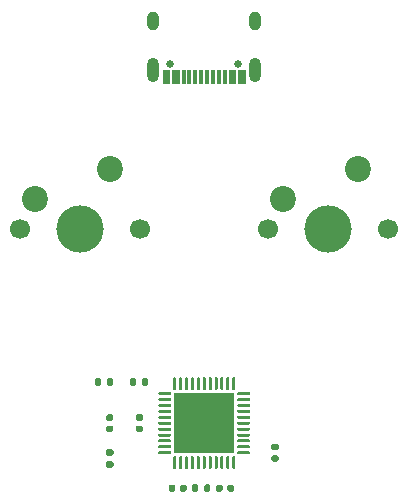
<source format=gbr>
%TF.GenerationSoftware,KiCad,Pcbnew,(5.1.12)-1*%
%TF.CreationDate,2024-08-07T21:13:35+08:00*%
%TF.ProjectId,BKL2x,424b4c32-782e-46b6-9963-61645f706362,1.0*%
%TF.SameCoordinates,Original*%
%TF.FileFunction,Soldermask,Top*%
%TF.FilePolarity,Negative*%
%FSLAX46Y46*%
G04 Gerber Fmt 4.6, Leading zero omitted, Abs format (unit mm)*
G04 Created by KiCad (PCBNEW (5.1.12)-1) date 2024-08-07 21:13:35*
%MOMM*%
%LPD*%
G01*
G04 APERTURE LIST*
%ADD10O,1.000000X2.100000*%
%ADD11O,1.000000X1.600000*%
%ADD12C,0.650000*%
%ADD13R,0.300000X1.150000*%
%ADD14C,1.700000*%
%ADD15C,4.000000*%
%ADD16C,2.200000*%
%ADD17R,5.200000X5.200000*%
G04 APERTURE END LIST*
%TO.C,R6*%
G36*
G01*
X142185000Y-112250000D02*
X141815000Y-112250000D01*
G75*
G02*
X141680000Y-112115000I0J135000D01*
G01*
X141680000Y-111845000D01*
G75*
G02*
X141815000Y-111710000I135000J0D01*
G01*
X142185000Y-111710000D01*
G75*
G02*
X142320000Y-111845000I0J-135000D01*
G01*
X142320000Y-112115000D01*
G75*
G02*
X142185000Y-112250000I-135000J0D01*
G01*
G37*
G36*
G01*
X142185000Y-113270000D02*
X141815000Y-113270000D01*
G75*
G02*
X141680000Y-113135000I0J135000D01*
G01*
X141680000Y-112865000D01*
G75*
G02*
X141815000Y-112730000I135000J0D01*
G01*
X142185000Y-112730000D01*
G75*
G02*
X142320000Y-112865000I0J-135000D01*
G01*
X142320000Y-113135000D01*
G75*
G02*
X142185000Y-113270000I-135000J0D01*
G01*
G37*
%TD*%
%TO.C,R5*%
G36*
G01*
X149980000Y-115185000D02*
X149980000Y-114815000D01*
G75*
G02*
X150115000Y-114680000I135000J0D01*
G01*
X150385000Y-114680000D01*
G75*
G02*
X150520000Y-114815000I0J-135000D01*
G01*
X150520000Y-115185000D01*
G75*
G02*
X150385000Y-115320000I-135000J0D01*
G01*
X150115000Y-115320000D01*
G75*
G02*
X149980000Y-115185000I0J135000D01*
G01*
G37*
G36*
G01*
X148960000Y-115185000D02*
X148960000Y-114815000D01*
G75*
G02*
X149095000Y-114680000I135000J0D01*
G01*
X149365000Y-114680000D01*
G75*
G02*
X149500000Y-114815000I0J-135000D01*
G01*
X149500000Y-115185000D01*
G75*
G02*
X149365000Y-115320000I-135000J0D01*
G01*
X149095000Y-115320000D01*
G75*
G02*
X148960000Y-115185000I0J135000D01*
G01*
G37*
%TD*%
%TO.C,C1*%
G36*
G01*
X144670000Y-109300000D02*
X144330000Y-109300000D01*
G75*
G02*
X144190000Y-109160000I0J140000D01*
G01*
X144190000Y-108880000D01*
G75*
G02*
X144330000Y-108740000I140000J0D01*
G01*
X144670000Y-108740000D01*
G75*
G02*
X144810000Y-108880000I0J-140000D01*
G01*
X144810000Y-109160000D01*
G75*
G02*
X144670000Y-109300000I-140000J0D01*
G01*
G37*
G36*
G01*
X144670000Y-110260000D02*
X144330000Y-110260000D01*
G75*
G02*
X144190000Y-110120000I0J140000D01*
G01*
X144190000Y-109840000D01*
G75*
G02*
X144330000Y-109700000I140000J0D01*
G01*
X144670000Y-109700000D01*
G75*
G02*
X144810000Y-109840000I0J-140000D01*
G01*
X144810000Y-110120000D01*
G75*
G02*
X144670000Y-110260000I-140000J0D01*
G01*
G37*
%TD*%
%TO.C,C2*%
G36*
G01*
X155830000Y-111240000D02*
X156170000Y-111240000D01*
G75*
G02*
X156310000Y-111380000I0J-140000D01*
G01*
X156310000Y-111660000D01*
G75*
G02*
X156170000Y-111800000I-140000J0D01*
G01*
X155830000Y-111800000D01*
G75*
G02*
X155690000Y-111660000I0J140000D01*
G01*
X155690000Y-111380000D01*
G75*
G02*
X155830000Y-111240000I140000J0D01*
G01*
G37*
G36*
G01*
X155830000Y-112200000D02*
X156170000Y-112200000D01*
G75*
G02*
X156310000Y-112340000I0J-140000D01*
G01*
X156310000Y-112620000D01*
G75*
G02*
X156170000Y-112760000I-140000J0D01*
G01*
X155830000Y-112760000D01*
G75*
G02*
X155690000Y-112620000I0J140000D01*
G01*
X155690000Y-112340000D01*
G75*
G02*
X155830000Y-112200000I140000J0D01*
G01*
G37*
%TD*%
%TO.C,C4*%
G36*
G01*
X152510000Y-114830000D02*
X152510000Y-115170000D01*
G75*
G02*
X152370000Y-115310000I-140000J0D01*
G01*
X152090000Y-115310000D01*
G75*
G02*
X151950000Y-115170000I0J140000D01*
G01*
X151950000Y-114830000D01*
G75*
G02*
X152090000Y-114690000I140000J0D01*
G01*
X152370000Y-114690000D01*
G75*
G02*
X152510000Y-114830000I0J-140000D01*
G01*
G37*
G36*
G01*
X151550000Y-114830000D02*
X151550000Y-115170000D01*
G75*
G02*
X151410000Y-115310000I-140000J0D01*
G01*
X151130000Y-115310000D01*
G75*
G02*
X150990000Y-115170000I0J140000D01*
G01*
X150990000Y-114830000D01*
G75*
G02*
X151130000Y-114690000I140000J0D01*
G01*
X151410000Y-114690000D01*
G75*
G02*
X151550000Y-114830000I0J-140000D01*
G01*
G37*
%TD*%
%TO.C,C5*%
G36*
G01*
X147550000Y-114830000D02*
X147550000Y-115170000D01*
G75*
G02*
X147410000Y-115310000I-140000J0D01*
G01*
X147130000Y-115310000D01*
G75*
G02*
X146990000Y-115170000I0J140000D01*
G01*
X146990000Y-114830000D01*
G75*
G02*
X147130000Y-114690000I140000J0D01*
G01*
X147410000Y-114690000D01*
G75*
G02*
X147550000Y-114830000I0J-140000D01*
G01*
G37*
G36*
G01*
X148510000Y-114830000D02*
X148510000Y-115170000D01*
G75*
G02*
X148370000Y-115310000I-140000J0D01*
G01*
X148090000Y-115310000D01*
G75*
G02*
X147950000Y-115170000I0J140000D01*
G01*
X147950000Y-114830000D01*
G75*
G02*
X148090000Y-114690000I140000J0D01*
G01*
X148370000Y-114690000D01*
G75*
G02*
X148510000Y-114830000I0J-140000D01*
G01*
G37*
%TD*%
%TO.C,C6*%
G36*
G01*
X142170000Y-110260000D02*
X141830000Y-110260000D01*
G75*
G02*
X141690000Y-110120000I0J140000D01*
G01*
X141690000Y-109840000D01*
G75*
G02*
X141830000Y-109700000I140000J0D01*
G01*
X142170000Y-109700000D01*
G75*
G02*
X142310000Y-109840000I0J-140000D01*
G01*
X142310000Y-110120000D01*
G75*
G02*
X142170000Y-110260000I-140000J0D01*
G01*
G37*
G36*
G01*
X142170000Y-109300000D02*
X141830000Y-109300000D01*
G75*
G02*
X141690000Y-109160000I0J140000D01*
G01*
X141690000Y-108880000D01*
G75*
G02*
X141830000Y-108740000I140000J0D01*
G01*
X142170000Y-108740000D01*
G75*
G02*
X142310000Y-108880000I0J-140000D01*
G01*
X142310000Y-109160000D01*
G75*
G02*
X142170000Y-109300000I-140000J0D01*
G01*
G37*
%TD*%
D10*
%TO.C,J1*%
X154320000Y-79605000D03*
X145680000Y-79605000D03*
D11*
X154320000Y-75425000D03*
X145680000Y-75425000D03*
D12*
X147110000Y-79105000D03*
X152890000Y-79105000D03*
D13*
X146950000Y-80170000D03*
X147750000Y-80170000D03*
X148250000Y-80170000D03*
X148750000Y-80170000D03*
X149250000Y-80170000D03*
X149750000Y-80170000D03*
X150250000Y-80170000D03*
X150750000Y-80170000D03*
X151250000Y-80170000D03*
X151750000Y-80170000D03*
X152550000Y-80170000D03*
X153350000Y-80170000D03*
X153050000Y-80170000D03*
X152250000Y-80170000D03*
X147450000Y-80170000D03*
X146650000Y-80170000D03*
%TD*%
%TO.C,R3*%
G36*
G01*
X144250000Y-105815000D02*
X144250000Y-106185000D01*
G75*
G02*
X144115000Y-106320000I-135000J0D01*
G01*
X143845000Y-106320000D01*
G75*
G02*
X143710000Y-106185000I0J135000D01*
G01*
X143710000Y-105815000D01*
G75*
G02*
X143845000Y-105680000I135000J0D01*
G01*
X144115000Y-105680000D01*
G75*
G02*
X144250000Y-105815000I0J-135000D01*
G01*
G37*
G36*
G01*
X145270000Y-105815000D02*
X145270000Y-106185000D01*
G75*
G02*
X145135000Y-106320000I-135000J0D01*
G01*
X144865000Y-106320000D01*
G75*
G02*
X144730000Y-106185000I0J135000D01*
G01*
X144730000Y-105815000D01*
G75*
G02*
X144865000Y-105680000I135000J0D01*
G01*
X145135000Y-105680000D01*
G75*
G02*
X145270000Y-105815000I0J-135000D01*
G01*
G37*
%TD*%
%TO.C,R4*%
G36*
G01*
X142280000Y-105815000D02*
X142280000Y-106185000D01*
G75*
G02*
X142145000Y-106320000I-135000J0D01*
G01*
X141875000Y-106320000D01*
G75*
G02*
X141740000Y-106185000I0J135000D01*
G01*
X141740000Y-105815000D01*
G75*
G02*
X141875000Y-105680000I135000J0D01*
G01*
X142145000Y-105680000D01*
G75*
G02*
X142280000Y-105815000I0J-135000D01*
G01*
G37*
G36*
G01*
X141260000Y-105815000D02*
X141260000Y-106185000D01*
G75*
G02*
X141125000Y-106320000I-135000J0D01*
G01*
X140855000Y-106320000D01*
G75*
G02*
X140720000Y-106185000I0J135000D01*
G01*
X140720000Y-105815000D01*
G75*
G02*
X140855000Y-105680000I135000J0D01*
G01*
X141125000Y-105680000D01*
G75*
G02*
X141260000Y-105815000I0J-135000D01*
G01*
G37*
%TD*%
D14*
%TO.C,SW1*%
X144540000Y-93080000D03*
X134380000Y-93080000D03*
D15*
X139460000Y-93080000D03*
D16*
X135650000Y-90540000D03*
X142000000Y-88000000D03*
%TD*%
%TO.C,SW2*%
X163000000Y-88000000D03*
X156650000Y-90540000D03*
D15*
X160460000Y-93080000D03*
D14*
X155380000Y-93080000D03*
X165540000Y-93080000D03*
%TD*%
%TO.C,U1*%
G36*
G01*
X146125000Y-107062500D02*
X146125000Y-106937500D01*
G75*
G02*
X146187500Y-106875000I62500J0D01*
G01*
X147137500Y-106875000D01*
G75*
G02*
X147200000Y-106937500I0J-62500D01*
G01*
X147200000Y-107062500D01*
G75*
G02*
X147137500Y-107125000I-62500J0D01*
G01*
X146187500Y-107125000D01*
G75*
G02*
X146125000Y-107062500I0J62500D01*
G01*
G37*
G36*
G01*
X146125000Y-107562500D02*
X146125000Y-107437500D01*
G75*
G02*
X146187500Y-107375000I62500J0D01*
G01*
X147137500Y-107375000D01*
G75*
G02*
X147200000Y-107437500I0J-62500D01*
G01*
X147200000Y-107562500D01*
G75*
G02*
X147137500Y-107625000I-62500J0D01*
G01*
X146187500Y-107625000D01*
G75*
G02*
X146125000Y-107562500I0J62500D01*
G01*
G37*
G36*
G01*
X146125000Y-108062500D02*
X146125000Y-107937500D01*
G75*
G02*
X146187500Y-107875000I62500J0D01*
G01*
X147137500Y-107875000D01*
G75*
G02*
X147200000Y-107937500I0J-62500D01*
G01*
X147200000Y-108062500D01*
G75*
G02*
X147137500Y-108125000I-62500J0D01*
G01*
X146187500Y-108125000D01*
G75*
G02*
X146125000Y-108062500I0J62500D01*
G01*
G37*
G36*
G01*
X146125000Y-108562500D02*
X146125000Y-108437500D01*
G75*
G02*
X146187500Y-108375000I62500J0D01*
G01*
X147137500Y-108375000D01*
G75*
G02*
X147200000Y-108437500I0J-62500D01*
G01*
X147200000Y-108562500D01*
G75*
G02*
X147137500Y-108625000I-62500J0D01*
G01*
X146187500Y-108625000D01*
G75*
G02*
X146125000Y-108562500I0J62500D01*
G01*
G37*
G36*
G01*
X146125000Y-109062500D02*
X146125000Y-108937500D01*
G75*
G02*
X146187500Y-108875000I62500J0D01*
G01*
X147137500Y-108875000D01*
G75*
G02*
X147200000Y-108937500I0J-62500D01*
G01*
X147200000Y-109062500D01*
G75*
G02*
X147137500Y-109125000I-62500J0D01*
G01*
X146187500Y-109125000D01*
G75*
G02*
X146125000Y-109062500I0J62500D01*
G01*
G37*
G36*
G01*
X146125000Y-109562500D02*
X146125000Y-109437500D01*
G75*
G02*
X146187500Y-109375000I62500J0D01*
G01*
X147137500Y-109375000D01*
G75*
G02*
X147200000Y-109437500I0J-62500D01*
G01*
X147200000Y-109562500D01*
G75*
G02*
X147137500Y-109625000I-62500J0D01*
G01*
X146187500Y-109625000D01*
G75*
G02*
X146125000Y-109562500I0J62500D01*
G01*
G37*
G36*
G01*
X146125000Y-110062500D02*
X146125000Y-109937500D01*
G75*
G02*
X146187500Y-109875000I62500J0D01*
G01*
X147137500Y-109875000D01*
G75*
G02*
X147200000Y-109937500I0J-62500D01*
G01*
X147200000Y-110062500D01*
G75*
G02*
X147137500Y-110125000I-62500J0D01*
G01*
X146187500Y-110125000D01*
G75*
G02*
X146125000Y-110062500I0J62500D01*
G01*
G37*
G36*
G01*
X146125000Y-110562500D02*
X146125000Y-110437500D01*
G75*
G02*
X146187500Y-110375000I62500J0D01*
G01*
X147137500Y-110375000D01*
G75*
G02*
X147200000Y-110437500I0J-62500D01*
G01*
X147200000Y-110562500D01*
G75*
G02*
X147137500Y-110625000I-62500J0D01*
G01*
X146187500Y-110625000D01*
G75*
G02*
X146125000Y-110562500I0J62500D01*
G01*
G37*
G36*
G01*
X146125000Y-111062500D02*
X146125000Y-110937500D01*
G75*
G02*
X146187500Y-110875000I62500J0D01*
G01*
X147137500Y-110875000D01*
G75*
G02*
X147200000Y-110937500I0J-62500D01*
G01*
X147200000Y-111062500D01*
G75*
G02*
X147137500Y-111125000I-62500J0D01*
G01*
X146187500Y-111125000D01*
G75*
G02*
X146125000Y-111062500I0J62500D01*
G01*
G37*
G36*
G01*
X146125000Y-111562500D02*
X146125000Y-111437500D01*
G75*
G02*
X146187500Y-111375000I62500J0D01*
G01*
X147137500Y-111375000D01*
G75*
G02*
X147200000Y-111437500I0J-62500D01*
G01*
X147200000Y-111562500D01*
G75*
G02*
X147137500Y-111625000I-62500J0D01*
G01*
X146187500Y-111625000D01*
G75*
G02*
X146125000Y-111562500I0J62500D01*
G01*
G37*
G36*
G01*
X146125000Y-112062500D02*
X146125000Y-111937500D01*
G75*
G02*
X146187500Y-111875000I62500J0D01*
G01*
X147137500Y-111875000D01*
G75*
G02*
X147200000Y-111937500I0J-62500D01*
G01*
X147200000Y-112062500D01*
G75*
G02*
X147137500Y-112125000I-62500J0D01*
G01*
X146187500Y-112125000D01*
G75*
G02*
X146125000Y-112062500I0J62500D01*
G01*
G37*
G36*
G01*
X147375000Y-113312500D02*
X147375000Y-112362500D01*
G75*
G02*
X147437500Y-112300000I62500J0D01*
G01*
X147562500Y-112300000D01*
G75*
G02*
X147625000Y-112362500I0J-62500D01*
G01*
X147625000Y-113312500D01*
G75*
G02*
X147562500Y-113375000I-62500J0D01*
G01*
X147437500Y-113375000D01*
G75*
G02*
X147375000Y-113312500I0J62500D01*
G01*
G37*
G36*
G01*
X147875000Y-113312500D02*
X147875000Y-112362500D01*
G75*
G02*
X147937500Y-112300000I62500J0D01*
G01*
X148062500Y-112300000D01*
G75*
G02*
X148125000Y-112362500I0J-62500D01*
G01*
X148125000Y-113312500D01*
G75*
G02*
X148062500Y-113375000I-62500J0D01*
G01*
X147937500Y-113375000D01*
G75*
G02*
X147875000Y-113312500I0J62500D01*
G01*
G37*
G36*
G01*
X148375000Y-113312500D02*
X148375000Y-112362500D01*
G75*
G02*
X148437500Y-112300000I62500J0D01*
G01*
X148562500Y-112300000D01*
G75*
G02*
X148625000Y-112362500I0J-62500D01*
G01*
X148625000Y-113312500D01*
G75*
G02*
X148562500Y-113375000I-62500J0D01*
G01*
X148437500Y-113375000D01*
G75*
G02*
X148375000Y-113312500I0J62500D01*
G01*
G37*
G36*
G01*
X148875000Y-113312500D02*
X148875000Y-112362500D01*
G75*
G02*
X148937500Y-112300000I62500J0D01*
G01*
X149062500Y-112300000D01*
G75*
G02*
X149125000Y-112362500I0J-62500D01*
G01*
X149125000Y-113312500D01*
G75*
G02*
X149062500Y-113375000I-62500J0D01*
G01*
X148937500Y-113375000D01*
G75*
G02*
X148875000Y-113312500I0J62500D01*
G01*
G37*
G36*
G01*
X149375000Y-113312500D02*
X149375000Y-112362500D01*
G75*
G02*
X149437500Y-112300000I62500J0D01*
G01*
X149562500Y-112300000D01*
G75*
G02*
X149625000Y-112362500I0J-62500D01*
G01*
X149625000Y-113312500D01*
G75*
G02*
X149562500Y-113375000I-62500J0D01*
G01*
X149437500Y-113375000D01*
G75*
G02*
X149375000Y-113312500I0J62500D01*
G01*
G37*
G36*
G01*
X149875000Y-113312500D02*
X149875000Y-112362500D01*
G75*
G02*
X149937500Y-112300000I62500J0D01*
G01*
X150062500Y-112300000D01*
G75*
G02*
X150125000Y-112362500I0J-62500D01*
G01*
X150125000Y-113312500D01*
G75*
G02*
X150062500Y-113375000I-62500J0D01*
G01*
X149937500Y-113375000D01*
G75*
G02*
X149875000Y-113312500I0J62500D01*
G01*
G37*
G36*
G01*
X150375000Y-113312500D02*
X150375000Y-112362500D01*
G75*
G02*
X150437500Y-112300000I62500J0D01*
G01*
X150562500Y-112300000D01*
G75*
G02*
X150625000Y-112362500I0J-62500D01*
G01*
X150625000Y-113312500D01*
G75*
G02*
X150562500Y-113375000I-62500J0D01*
G01*
X150437500Y-113375000D01*
G75*
G02*
X150375000Y-113312500I0J62500D01*
G01*
G37*
G36*
G01*
X150875000Y-113312500D02*
X150875000Y-112362500D01*
G75*
G02*
X150937500Y-112300000I62500J0D01*
G01*
X151062500Y-112300000D01*
G75*
G02*
X151125000Y-112362500I0J-62500D01*
G01*
X151125000Y-113312500D01*
G75*
G02*
X151062500Y-113375000I-62500J0D01*
G01*
X150937500Y-113375000D01*
G75*
G02*
X150875000Y-113312500I0J62500D01*
G01*
G37*
G36*
G01*
X151375000Y-113312500D02*
X151375000Y-112362500D01*
G75*
G02*
X151437500Y-112300000I62500J0D01*
G01*
X151562500Y-112300000D01*
G75*
G02*
X151625000Y-112362500I0J-62500D01*
G01*
X151625000Y-113312500D01*
G75*
G02*
X151562500Y-113375000I-62500J0D01*
G01*
X151437500Y-113375000D01*
G75*
G02*
X151375000Y-113312500I0J62500D01*
G01*
G37*
G36*
G01*
X151875000Y-113312500D02*
X151875000Y-112362500D01*
G75*
G02*
X151937500Y-112300000I62500J0D01*
G01*
X152062500Y-112300000D01*
G75*
G02*
X152125000Y-112362500I0J-62500D01*
G01*
X152125000Y-113312500D01*
G75*
G02*
X152062500Y-113375000I-62500J0D01*
G01*
X151937500Y-113375000D01*
G75*
G02*
X151875000Y-113312500I0J62500D01*
G01*
G37*
G36*
G01*
X152375000Y-113312500D02*
X152375000Y-112362500D01*
G75*
G02*
X152437500Y-112300000I62500J0D01*
G01*
X152562500Y-112300000D01*
G75*
G02*
X152625000Y-112362500I0J-62500D01*
G01*
X152625000Y-113312500D01*
G75*
G02*
X152562500Y-113375000I-62500J0D01*
G01*
X152437500Y-113375000D01*
G75*
G02*
X152375000Y-113312500I0J62500D01*
G01*
G37*
G36*
G01*
X152800000Y-112062500D02*
X152800000Y-111937500D01*
G75*
G02*
X152862500Y-111875000I62500J0D01*
G01*
X153812500Y-111875000D01*
G75*
G02*
X153875000Y-111937500I0J-62500D01*
G01*
X153875000Y-112062500D01*
G75*
G02*
X153812500Y-112125000I-62500J0D01*
G01*
X152862500Y-112125000D01*
G75*
G02*
X152800000Y-112062500I0J62500D01*
G01*
G37*
G36*
G01*
X152800000Y-111562500D02*
X152800000Y-111437500D01*
G75*
G02*
X152862500Y-111375000I62500J0D01*
G01*
X153812500Y-111375000D01*
G75*
G02*
X153875000Y-111437500I0J-62500D01*
G01*
X153875000Y-111562500D01*
G75*
G02*
X153812500Y-111625000I-62500J0D01*
G01*
X152862500Y-111625000D01*
G75*
G02*
X152800000Y-111562500I0J62500D01*
G01*
G37*
G36*
G01*
X152800000Y-111062500D02*
X152800000Y-110937500D01*
G75*
G02*
X152862500Y-110875000I62500J0D01*
G01*
X153812500Y-110875000D01*
G75*
G02*
X153875000Y-110937500I0J-62500D01*
G01*
X153875000Y-111062500D01*
G75*
G02*
X153812500Y-111125000I-62500J0D01*
G01*
X152862500Y-111125000D01*
G75*
G02*
X152800000Y-111062500I0J62500D01*
G01*
G37*
G36*
G01*
X152800000Y-110562500D02*
X152800000Y-110437500D01*
G75*
G02*
X152862500Y-110375000I62500J0D01*
G01*
X153812500Y-110375000D01*
G75*
G02*
X153875000Y-110437500I0J-62500D01*
G01*
X153875000Y-110562500D01*
G75*
G02*
X153812500Y-110625000I-62500J0D01*
G01*
X152862500Y-110625000D01*
G75*
G02*
X152800000Y-110562500I0J62500D01*
G01*
G37*
G36*
G01*
X152800000Y-110062500D02*
X152800000Y-109937500D01*
G75*
G02*
X152862500Y-109875000I62500J0D01*
G01*
X153812500Y-109875000D01*
G75*
G02*
X153875000Y-109937500I0J-62500D01*
G01*
X153875000Y-110062500D01*
G75*
G02*
X153812500Y-110125000I-62500J0D01*
G01*
X152862500Y-110125000D01*
G75*
G02*
X152800000Y-110062500I0J62500D01*
G01*
G37*
G36*
G01*
X152800000Y-109562500D02*
X152800000Y-109437500D01*
G75*
G02*
X152862500Y-109375000I62500J0D01*
G01*
X153812500Y-109375000D01*
G75*
G02*
X153875000Y-109437500I0J-62500D01*
G01*
X153875000Y-109562500D01*
G75*
G02*
X153812500Y-109625000I-62500J0D01*
G01*
X152862500Y-109625000D01*
G75*
G02*
X152800000Y-109562500I0J62500D01*
G01*
G37*
G36*
G01*
X152800000Y-109062500D02*
X152800000Y-108937500D01*
G75*
G02*
X152862500Y-108875000I62500J0D01*
G01*
X153812500Y-108875000D01*
G75*
G02*
X153875000Y-108937500I0J-62500D01*
G01*
X153875000Y-109062500D01*
G75*
G02*
X153812500Y-109125000I-62500J0D01*
G01*
X152862500Y-109125000D01*
G75*
G02*
X152800000Y-109062500I0J62500D01*
G01*
G37*
G36*
G01*
X152800000Y-108562500D02*
X152800000Y-108437500D01*
G75*
G02*
X152862500Y-108375000I62500J0D01*
G01*
X153812500Y-108375000D01*
G75*
G02*
X153875000Y-108437500I0J-62500D01*
G01*
X153875000Y-108562500D01*
G75*
G02*
X153812500Y-108625000I-62500J0D01*
G01*
X152862500Y-108625000D01*
G75*
G02*
X152800000Y-108562500I0J62500D01*
G01*
G37*
G36*
G01*
X152800000Y-108062500D02*
X152800000Y-107937500D01*
G75*
G02*
X152862500Y-107875000I62500J0D01*
G01*
X153812500Y-107875000D01*
G75*
G02*
X153875000Y-107937500I0J-62500D01*
G01*
X153875000Y-108062500D01*
G75*
G02*
X153812500Y-108125000I-62500J0D01*
G01*
X152862500Y-108125000D01*
G75*
G02*
X152800000Y-108062500I0J62500D01*
G01*
G37*
G36*
G01*
X152800000Y-107562500D02*
X152800000Y-107437500D01*
G75*
G02*
X152862500Y-107375000I62500J0D01*
G01*
X153812500Y-107375000D01*
G75*
G02*
X153875000Y-107437500I0J-62500D01*
G01*
X153875000Y-107562500D01*
G75*
G02*
X153812500Y-107625000I-62500J0D01*
G01*
X152862500Y-107625000D01*
G75*
G02*
X152800000Y-107562500I0J62500D01*
G01*
G37*
G36*
G01*
X152800000Y-107062500D02*
X152800000Y-106937500D01*
G75*
G02*
X152862500Y-106875000I62500J0D01*
G01*
X153812500Y-106875000D01*
G75*
G02*
X153875000Y-106937500I0J-62500D01*
G01*
X153875000Y-107062500D01*
G75*
G02*
X153812500Y-107125000I-62500J0D01*
G01*
X152862500Y-107125000D01*
G75*
G02*
X152800000Y-107062500I0J62500D01*
G01*
G37*
G36*
G01*
X152375000Y-106637500D02*
X152375000Y-105687500D01*
G75*
G02*
X152437500Y-105625000I62500J0D01*
G01*
X152562500Y-105625000D01*
G75*
G02*
X152625000Y-105687500I0J-62500D01*
G01*
X152625000Y-106637500D01*
G75*
G02*
X152562500Y-106700000I-62500J0D01*
G01*
X152437500Y-106700000D01*
G75*
G02*
X152375000Y-106637500I0J62500D01*
G01*
G37*
G36*
G01*
X151875000Y-106637500D02*
X151875000Y-105687500D01*
G75*
G02*
X151937500Y-105625000I62500J0D01*
G01*
X152062500Y-105625000D01*
G75*
G02*
X152125000Y-105687500I0J-62500D01*
G01*
X152125000Y-106637500D01*
G75*
G02*
X152062500Y-106700000I-62500J0D01*
G01*
X151937500Y-106700000D01*
G75*
G02*
X151875000Y-106637500I0J62500D01*
G01*
G37*
G36*
G01*
X151375000Y-106637500D02*
X151375000Y-105687500D01*
G75*
G02*
X151437500Y-105625000I62500J0D01*
G01*
X151562500Y-105625000D01*
G75*
G02*
X151625000Y-105687500I0J-62500D01*
G01*
X151625000Y-106637500D01*
G75*
G02*
X151562500Y-106700000I-62500J0D01*
G01*
X151437500Y-106700000D01*
G75*
G02*
X151375000Y-106637500I0J62500D01*
G01*
G37*
G36*
G01*
X150875000Y-106637500D02*
X150875000Y-105687500D01*
G75*
G02*
X150937500Y-105625000I62500J0D01*
G01*
X151062500Y-105625000D01*
G75*
G02*
X151125000Y-105687500I0J-62500D01*
G01*
X151125000Y-106637500D01*
G75*
G02*
X151062500Y-106700000I-62500J0D01*
G01*
X150937500Y-106700000D01*
G75*
G02*
X150875000Y-106637500I0J62500D01*
G01*
G37*
G36*
G01*
X150375000Y-106637500D02*
X150375000Y-105687500D01*
G75*
G02*
X150437500Y-105625000I62500J0D01*
G01*
X150562500Y-105625000D01*
G75*
G02*
X150625000Y-105687500I0J-62500D01*
G01*
X150625000Y-106637500D01*
G75*
G02*
X150562500Y-106700000I-62500J0D01*
G01*
X150437500Y-106700000D01*
G75*
G02*
X150375000Y-106637500I0J62500D01*
G01*
G37*
G36*
G01*
X149875000Y-106637500D02*
X149875000Y-105687500D01*
G75*
G02*
X149937500Y-105625000I62500J0D01*
G01*
X150062500Y-105625000D01*
G75*
G02*
X150125000Y-105687500I0J-62500D01*
G01*
X150125000Y-106637500D01*
G75*
G02*
X150062500Y-106700000I-62500J0D01*
G01*
X149937500Y-106700000D01*
G75*
G02*
X149875000Y-106637500I0J62500D01*
G01*
G37*
G36*
G01*
X149375000Y-106637500D02*
X149375000Y-105687500D01*
G75*
G02*
X149437500Y-105625000I62500J0D01*
G01*
X149562500Y-105625000D01*
G75*
G02*
X149625000Y-105687500I0J-62500D01*
G01*
X149625000Y-106637500D01*
G75*
G02*
X149562500Y-106700000I-62500J0D01*
G01*
X149437500Y-106700000D01*
G75*
G02*
X149375000Y-106637500I0J62500D01*
G01*
G37*
G36*
G01*
X148875000Y-106637500D02*
X148875000Y-105687500D01*
G75*
G02*
X148937500Y-105625000I62500J0D01*
G01*
X149062500Y-105625000D01*
G75*
G02*
X149125000Y-105687500I0J-62500D01*
G01*
X149125000Y-106637500D01*
G75*
G02*
X149062500Y-106700000I-62500J0D01*
G01*
X148937500Y-106700000D01*
G75*
G02*
X148875000Y-106637500I0J62500D01*
G01*
G37*
G36*
G01*
X148375000Y-106637500D02*
X148375000Y-105687500D01*
G75*
G02*
X148437500Y-105625000I62500J0D01*
G01*
X148562500Y-105625000D01*
G75*
G02*
X148625000Y-105687500I0J-62500D01*
G01*
X148625000Y-106637500D01*
G75*
G02*
X148562500Y-106700000I-62500J0D01*
G01*
X148437500Y-106700000D01*
G75*
G02*
X148375000Y-106637500I0J62500D01*
G01*
G37*
G36*
G01*
X147875000Y-106637500D02*
X147875000Y-105687500D01*
G75*
G02*
X147937500Y-105625000I62500J0D01*
G01*
X148062500Y-105625000D01*
G75*
G02*
X148125000Y-105687500I0J-62500D01*
G01*
X148125000Y-106637500D01*
G75*
G02*
X148062500Y-106700000I-62500J0D01*
G01*
X147937500Y-106700000D01*
G75*
G02*
X147875000Y-106637500I0J62500D01*
G01*
G37*
G36*
G01*
X147375000Y-106637500D02*
X147375000Y-105687500D01*
G75*
G02*
X147437500Y-105625000I62500J0D01*
G01*
X147562500Y-105625000D01*
G75*
G02*
X147625000Y-105687500I0J-62500D01*
G01*
X147625000Y-106637500D01*
G75*
G02*
X147562500Y-106700000I-62500J0D01*
G01*
X147437500Y-106700000D01*
G75*
G02*
X147375000Y-106637500I0J62500D01*
G01*
G37*
D17*
X150000000Y-109500000D03*
%TD*%
M02*

</source>
